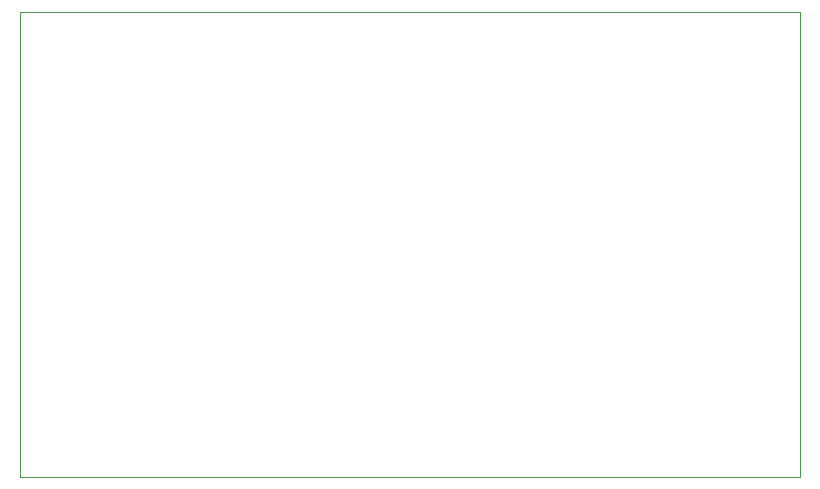
<source format=gbr>
%TF.GenerationSoftware,KiCad,Pcbnew,7.0.7*%
%TF.CreationDate,2024-04-28T08:46:17+01:00*%
%TF.ProjectId,LRF45,4c524634-352e-46b6-9963-61645f706362,rev?*%
%TF.SameCoordinates,Original*%
%TF.FileFunction,Profile,NP*%
%FSLAX46Y46*%
G04 Gerber Fmt 4.6, Leading zero omitted, Abs format (unit mm)*
G04 Created by KiCad (PCBNEW 7.0.7) date 2024-04-28 08:46:17*
%MOMM*%
%LPD*%
G01*
G04 APERTURE LIST*
%TA.AperFunction,Profile*%
%ADD10C,0.100000*%
%TD*%
G04 APERTURE END LIST*
D10*
X101600000Y-97790000D02*
X167640000Y-97790000D01*
X167640000Y-137160000D01*
X101600000Y-137160000D01*
X101600000Y-97790000D01*
M02*

</source>
